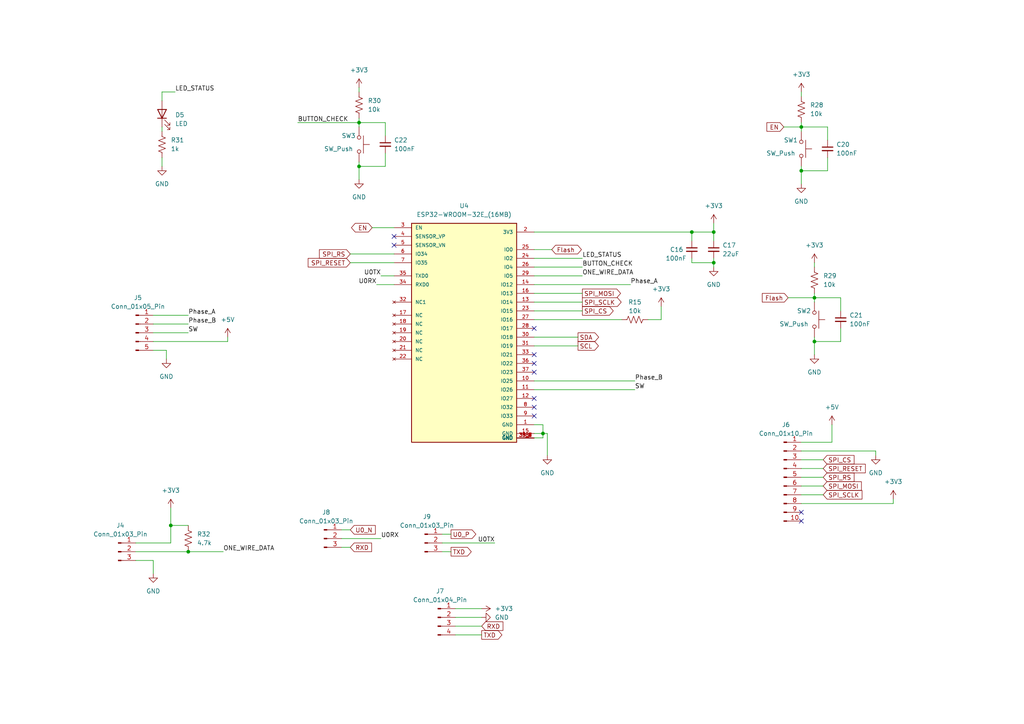
<source format=kicad_sch>
(kicad_sch (version 20230121) (generator eeschema)
  (paper "A4")
  (lib_symbols
    (symbol "Connector:Conn_01x03_Pin" (pin_names (offset 1.016) hide)
      (property "Reference" "J" (at 0 5.08 0))
      (property "Value" "Conn_01x03_Pin" (at 0 -5.08 0))
      (symbol "Conn_01x03_Pin_1_1"
        (polyline (pts (xy 1.27 -2.54) (xy 0.8636 -2.54)) (stroke (width 0.1524)))
        (polyline (pts (xy 1.27 0) (xy 0.8636 0)) (stroke (width 0.1524)))
        (polyline (pts (xy 1.27 2.54) (xy 0.8636 2.54)) (stroke (width 0.1524)))
        (rectangle (start 0.8636 -2.413) (end 0 -2.667) (stroke (width 0.1524)) (fill (type outline)))
        (rectangle (start 0.8636 0.127) (end 0 -0.127) (stroke (width 0.1524)) (fill (type outline)))
        (rectangle (start 0.8636 2.667) (end 0 2.413) (stroke (width 0.1524)) (fill (type outline)))
        (pin passive line (at 5.08 2.54 180) (length 3.81) (name "Pin_1") (number "1"))
        (pin passive line (at 5.08 0 180) (length 3.81) (name "Pin_2") (number "2"))
        (pin passive line (at 5.08 -2.54 180) (length 3.81) (name "Pin_3") (number "3"))
      )
    )
    (symbol "Connector:Conn_01x04_Pin" (pin_names (offset 1.016) hide)
      (property "Reference" "J" (at 0 5.08 0))
      (property "Value" "Conn_01x04_Pin" (at 0 -7.62 0))
      (symbol "Conn_01x04_Pin_1_1"
        (polyline (pts (xy 1.27 -5.08) (xy 0.8636 -5.08)) (stroke (width 0.1524)))
        (polyline (pts (xy 1.27 -2.54) (xy 0.8636 -2.54)) (stroke (width 0.1524)))
        (polyline (pts (xy 1.27 0) (xy 0.8636 0)) (stroke (width 0.1524)))
        (polyline (pts (xy 1.27 2.54) (xy 0.8636 2.54)) (stroke (width 0.1524)))
        (rectangle (start 0.8636 -4.953) (end 0 -5.207) (stroke (width 0.1524)) (fill (type outline)))
        (rectangle (start 0.8636 -2.413) (end 0 -2.667) (stroke (width 0.1524)) (fill (type outline)))
        (rectangle (start 0.8636 0.127) (end 0 -0.127) (stroke (width 0.1524)) (fill (type outline)))
        (rectangle (start 0.8636 2.667) (end 0 2.413) (stroke (width 0.1524)) (fill (type outline)))
        (pin passive line (at 5.08 2.54 180) (length 3.81) (name "Pin_1") (number "1"))
        (pin passive line (at 5.08 0 180) (length 3.81) (name "Pin_2") (number "2"))
        (pin passive line (at 5.08 -2.54 180) (length 3.81) (name "Pin_3") (number "3"))
        (pin passive line (at 5.08 -5.08 180) (length 3.81) (name "Pin_4") (number "4"))
      )
    )
    (symbol "Connector:Conn_01x05_Pin" (pin_names (offset 1.016) hide)
      (property "Reference" "J" (at 0 7.62 0))
      (property "Value" "Conn_01x05_Pin" (at 0 -7.62 0))
      (symbol "Conn_01x05_Pin_1_1"
        (polyline (pts (xy 1.27 -5.08) (xy 0.8636 -5.08)) (stroke (width 0.1524)))
        (polyline (pts (xy 1.27 -2.54) (xy 0.8636 -2.54)) (stroke (width 0.1524)))
        (polyline (pts (xy 1.27 0) (xy 0.8636 0)) (stroke (width 0.1524)))
        (polyline (pts (xy 1.27 2.54) (xy 0.8636 2.54)) (stroke (width 0.1524)))
        (polyline (pts (xy 1.27 5.08) (xy 0.8636 5.08)) (stroke (width 0.1524)))
        (rectangle (start 0.8636 -4.953) (end 0 -5.207) (stroke (width 0.1524)) (fill (type outline)))
        (rectangle (start 0.8636 -2.413) (end 0 -2.667) (stroke (width 0.1524)) (fill (type outline)))
        (rectangle (start 0.8636 0.127) (end 0 -0.127) (stroke (width 0.1524)) (fill (type outline)))
        (rectangle (start 0.8636 2.667) (end 0 2.413) (stroke (width 0.1524)) (fill (type outline)))
        (rectangle (start 0.8636 5.207) (end 0 4.953) (stroke (width 0.1524)) (fill (type outline)))
        (pin passive line (at 5.08 5.08 180) (length 3.81) (name "Pin_1") (number "1"))
        (pin passive line (at 5.08 2.54 180) (length 3.81) (name "Pin_2") (number "2"))
        (pin passive line (at 5.08 0 180) (length 3.81) (name "Pin_3") (number "3"))
        (pin passive line (at 5.08 -2.54 180) (length 3.81) (name "Pin_4") (number "4"))
        (pin passive line (at 5.08 -5.08 180) (length 3.81) (name "Pin_5") (number "5"))
      )
    )
    (symbol "Connector:Conn_01x10_Pin" (pin_names (offset 1.016) hide)
      (property "Reference" "J" (at 0 12.7 0))
      (property "Value" "Conn_01x10_Pin" (at 0 -15.24 0))
      (symbol "Conn_01x10_Pin_1_1"
        (polyline (pts (xy 1.27 -12.7) (xy 0.8636 -12.7)) (stroke (width 0.1524)))
        (polyline (pts (xy 1.27 -10.16) (xy 0.8636 -10.16)) (stroke (width 0.1524)))
        (polyline (pts (xy 1.27 -7.62) (xy 0.8636 -7.62)) (stroke (width 0.1524)))
        (polyline (pts (xy 1.27 -5.08) (xy 0.8636 -5.08)) (stroke (width 0.1524)))
        (polyline (pts (xy 1.27 -2.54) (xy 0.8636 -2.54)) (stroke (width 0.1524)))
        (polyline (pts (xy 1.27 0) (xy 0.8636 0)) (stroke (width 0.1524)))
        (polyline (pts (xy 1.27 2.54) (xy 0.8636 2.54)) (stroke (width 0.1524)))
        (polyline (pts (xy 1.27 5.08) (xy 0.8636 5.08)) (stroke (width 0.1524)))
        (polyline (pts (xy 1.27 7.62) (xy 0.8636 7.62)) (stroke (width 0.1524)))
        (polyline (pts (xy 1.27 10.16) (xy 0.8636 10.16)) (stroke (width 0.1524)))
        (rectangle (start 0.8636 -12.573) (end 0 -12.827) (stroke (width 0.1524)) (fill (type outline)))
        (rectangle (start 0.8636 -10.033) (end 0 -10.287) (stroke (width 0.1524)) (fill (type outline)))
        (rectangle (start 0.8636 -7.493) (end 0 -7.747) (stroke (width 0.1524)) (fill (type outline)))
        (rectangle (start 0.8636 -4.953) (end 0 -5.207) (stroke (width 0.1524)) (fill (type outline)))
        (rectangle (start 0.8636 -2.413) (end 0 -2.667) (stroke (width 0.1524)) (fill (type outline)))
        (rectangle (start 0.8636 0.127) (end 0 -0.127) (stroke (width 0.1524)) (fill (type outline)))
        (rectangle (start 0.8636 2.667) (end 0 2.413) (stroke (width 0.1524)) (fill (type outline)))
        (rectangle (start 0.8636 5.207) (end 0 4.953) (stroke (width 0.1524)) (fill (type outline)))
        (rectangle (start 0.8636 7.747) (end 0 7.493) (stroke (width 0.1524)) (fill (type outline)))
        (rectangle (start 0.8636 10.287) (end 0 10.033) (stroke (width 0.1524)) (fill (type outline)))
        (pin passive line (at 5.08 10.16 180) (length 3.81) (name "Pin_1") (number "1"))
        (pin passive line (at 5.08 -12.7 180) (length 3.81) (name "Pin_10") (number "10"))
        (pin passive line (at 5.08 7.62 180) (length 3.81) (name "Pin_2") (number "2"))
        (pin passive line (at 5.08 5.08 180) (length 3.81) (name "Pin_3") (number "3"))
        (pin passive line (at 5.08 2.54 180) (length 3.81) (name "Pin_4") (number "4"))
        (pin passive line (at 5.08 0 180) (length 3.81) (name "Pin_5") (number "5"))
        (pin passive line (at 5.08 -2.54 180) (length 3.81) (name "Pin_6") (number "6"))
        (pin passive line (at 5.08 -5.08 180) (length 3.81) (name "Pin_7") (number "7"))
        (pin passive line (at 5.08 -7.62 180) (length 3.81) (name "Pin_8") (number "8"))
        (pin passive line (at 5.08 -10.16 180) (length 3.81) (name "Pin_9") (number "9"))
      )
    )
    (symbol "Device:C_Small" (pin_numbers hide) (pin_names (offset 0.254) hide)
      (property "Reference" "C" (at 0.254 1.778 0))
      (property "Value" "C_Small" (at 0.254 -2.032 0))
      (symbol "C_Small_0_1"
        (polyline (pts (xy -1.524 -0.508) (xy 1.524 -0.508)) (stroke (width 0.3302)))
        (polyline (pts (xy -1.524 0.508) (xy 1.524 0.508)) (stroke (width 0.3048)))
      )
      (symbol "C_Small_1_1"
        (pin passive line (at 0 2.54 270) (length 2.032) (name "~") (number "1"))
        (pin passive line (at 0 -2.54 90) (length 2.032) (name "~") (number "2"))
      )
    )
    (symbol "Device:LED" (pin_numbers hide) (pin_names (offset 1.016) hide)
      (property "Reference" "D" (at 0 2.54 0))
      (property "Value" "LED" (at 0 -2.54 0))
      (symbol "LED_0_1"
        (polyline (pts (xy -1.27 -1.27) (xy -1.27 1.27)) (stroke (width 0.254)))
        (polyline (pts (xy -1.27 0) (xy 1.27 0)))
        (polyline (pts (xy 1.27 -1.27) (xy 1.27 1.27) (xy -1.27 0) (xy 1.27 -1.27)) (stroke (width 0.254)))
        (polyline (pts (xy -3.048 -0.762) (xy -4.572 -2.286) (xy -3.81 -2.286) (xy -4.572 -2.286) (xy -4.572 -1.524)))
        (polyline (pts (xy -1.778 -0.762) (xy -3.302 -2.286) (xy -2.54 -2.286) (xy -3.302 -2.286) (xy -3.302 -1.524)))
      )
      (symbol "LED_1_1"
        (pin passive line (at -3.81 0 0) (length 2.54) (name "K") (number "1"))
        (pin passive line (at 3.81 0 180) (length 2.54) (name "A") (number "2"))
      )
    )
    (symbol "Device:R_US" (pin_numbers hide) (pin_names (offset 0))
      (property "Reference" "R" (at 2.54 0 90))
      (property "Value" "R_US" (at -2.54 0 90))
      (symbol "R_US_0_1"
        (polyline (pts (xy 0 -2.286) (xy 0 -2.54)))
        (polyline (pts (xy 0 2.286) (xy 0 2.54)))
        (polyline (pts (xy 0 -0.762) (xy 1.016 -1.143) (xy 0 -1.524) (xy -1.016 -1.905) (xy 0 -2.286)))
        (polyline (pts (xy 0 0.762) (xy 1.016 0.381) (xy 0 0) (xy -1.016 -0.381) (xy 0 -0.762)))
        (polyline (pts (xy 0 2.286) (xy 1.016 1.905) (xy 0 1.524) (xy -1.016 1.143) (xy 0 0.762)))
      )
      (symbol "R_US_1_1"
        (pin passive line (at 0 3.81 270) (length 1.27) (name "~") (number "1"))
        (pin passive line (at 0 -3.81 90) (length 1.27) (name "~") (number "2"))
      )
    )
    (symbol "ESP32-WROOM-32E__16MB_:ESP32-WROOM-32E_(16MB)" (pin_names (offset 1.016))
      (property "Reference" "U" (at -15.24 33.909 0))
      (property "Value" "ESP32-WROOM-32E_(16MB)" (at -15.24 -33.02 0))
      (symbol "ESP32-WROOM-32E_(16MB)_0_0"
        (rectangle (start -15.24 33.02) (end 15.24 -30.48) (stroke (width 0.254)) (fill (type background)))
        (pin power_in line (at 20.32 -25.4 180) (length 5.08) (name "GND") (number "1"))
        (pin bidirectional line (at 20.32 -12.7 180) (length 5.08) (name "IO25") (number "10"))
        (pin bidirectional line (at 20.32 -15.24 180) (length 5.08) (name "IO26") (number "11"))
        (pin bidirectional line (at 20.32 -17.78 180) (length 5.08) (name "IO27") (number "12"))
        (pin bidirectional line (at 20.32 10.16 180) (length 5.08) (name "IO14") (number "13"))
        (pin bidirectional line (at 20.32 15.24 180) (length 5.08) (name "IO12") (number "14"))
        (pin power_in line (at 20.32 -27.94 180) (length 5.08) (name "GND") (number "15"))
        (pin bidirectional line (at 20.32 12.7 180) (length 5.08) (name "IO13") (number "16"))
        (pin no_connect line (at -20.32 6.35 0) (length 5.08) (name "NC") (number "17"))
        (pin no_connect line (at -20.32 3.81 0) (length 5.08) (name "NC") (number "18"))
        (pin no_connect line (at -20.32 1.27 0) (length 5.08) (name "NC") (number "19"))
        (pin power_in line (at 20.32 30.48 180) (length 5.08) (name "3V3") (number "2"))
        (pin no_connect line (at -20.32 -1.27 0) (length 5.08) (name "NC") (number "20"))
        (pin no_connect line (at -20.32 -3.81 0) (length 5.08) (name "NC") (number "21"))
        (pin no_connect line (at -20.32 -6.35 0) (length 5.08) (name "NC") (number "22"))
        (pin bidirectional line (at 20.32 7.62 180) (length 5.08) (name "IO15") (number "23"))
        (pin bidirectional line (at 20.32 22.86 180) (length 5.08) (name "IO2") (number "24"))
        (pin bidirectional line (at 20.32 25.4 180) (length 5.08) (name "IO0") (number "25"))
        (pin bidirectional line (at 20.32 20.32 180) (length 5.08) (name "IO4") (number "26"))
        (pin bidirectional line (at 20.32 5.08 180) (length 5.08) (name "IO16") (number "27"))
        (pin bidirectional line (at 20.32 2.54 180) (length 5.08) (name "IO17") (number "28"))
        (pin bidirectional line (at 20.32 17.78 180) (length 5.08) (name "IO5") (number "29"))
        (pin input line (at -20.32 31.75 0) (length 5.08) (name "EN") (number "3"))
        (pin bidirectional line (at 20.32 0 180) (length 5.08) (name "IO18") (number "30"))
        (pin bidirectional line (at 20.32 -2.54 180) (length 5.08) (name "IO19") (number "31"))
        (pin no_connect line (at -20.32 10.16 0) (length 5.08) (name "NC1") (number "32"))
        (pin bidirectional line (at 20.32 -5.08 180) (length 5.08) (name "IO21") (number "33"))
        (pin bidirectional line (at -20.32 15.24 0) (length 5.08) (name "RXD0") (number "34"))
        (pin bidirectional line (at -20.32 17.78 0) (length 5.08) (name "TXD0") (number "35"))
        (pin bidirectional line (at 20.32 -7.62 180) (length 5.08) (name "IO22") (number "36"))
        (pin bidirectional line (at 20.32 -10.16 180) (length 5.08) (name "IO23") (number "37"))
        (pin power_in line (at 20.32 -29.21 180) (length 5.08) (name "GND") (number "38"))
        (pin power_in line (at 20.32 -29.21 180) (length 5.08) (name "GND") (number "39_1"))
        (pin power_in line (at 20.32 -29.21 180) (length 5.08) (name "GND") (number "39_2"))
        (pin power_in line (at 20.32 -29.21 180) (length 5.08) (name "GND") (number "39_3"))
        (pin power_in line (at 20.32 -29.21 180) (length 5.08) (name "GND") (number "39_4"))
        (pin power_in line (at 20.32 -29.21 180) (length 5.08) (name "GND") (number "39_5"))
        (pin power_in line (at 20.32 -29.21 180) (length 5.08) (name "GND") (number "39_6"))
        (pin power_in line (at 20.32 -29.21 180) (length 5.08) (name "GND") (number "39_7"))
        (pin power_in line (at 20.32 -29.21 180) (length 5.08) (name "GND") (number "39_8"))
        (pin power_in line (at 20.32 -29.21 180) (length 5.08) (name "GND") (number "39_9"))
        (pin input line (at -20.32 29.21 0) (length 5.08) (name "SENSOR_VP") (number "4"))
        (pin input line (at -20.32 26.67 0) (length 5.08) (name "SENSOR_VN") (number "5"))
        (pin input line (at -20.32 24.13 0) (length 5.08) (name "IO34") (number "6"))
        (pin input line (at -20.32 21.59 0) (length 5.08) (name "IO35") (number "7"))
        (pin bidirectional line (at 20.32 -20.32 180) (length 5.08) (name "IO32") (number "8"))
        (pin bidirectional line (at 20.32 -22.86 180) (length 5.08) (name "IO33") (number "9"))
      )
    )
    (symbol "Switch:SW_Push" (pin_numbers hide) (pin_names (offset 1.016) hide)
      (property "Reference" "SW" (at 1.27 2.54 0))
      (property "Value" "SW_Push" (at 0 -1.524 0))
      (symbol "SW_Push_0_1"
        (circle (center -2.032 0) (radius 0.508))
        (polyline (pts (xy 0 1.27) (xy 0 3.048)))
        (polyline (pts (xy 2.54 1.27) (xy -2.54 1.27)))
        (circle (center 2.032 0) (radius 0.508))
        (pin passive line (at -5.08 0 0) (length 2.54) (name "1") (number "1"))
        (pin passive line (at 5.08 0 180) (length 2.54) (name "2") (number "2"))
      )
    )
    (symbol "power:+3V3" (power) (pin_names (offset 0))
      (property "Value" "+3V3" (at 0 3.556 0))
      (symbol "+3V3_0_1"
        (polyline (pts (xy -0.762 1.27) (xy 0 2.54)))
        (polyline (pts (xy 0 0) (xy 0 2.54)))
        (polyline (pts (xy 0 2.54) (xy 0.762 1.27)))
      )
      (symbol "+3V3_1_1"
        (pin power_in line (at 0 0 90) (length 0) hide (name "+3V3") (number "1"))
      )
    )
    (symbol "power:+5V" (power) (pin_names (offset 0))
      (property "Value" "+5V" (at 0 3.556 0))
      (symbol "+5V_0_1"
        (polyline (pts (xy -0.762 1.27) (xy 0 2.54)))
        (polyline (pts (xy 0 0) (xy 0 2.54)))
        (polyline (pts (xy 0 2.54) (xy 0.762 1.27)))
      )
      (symbol "+5V_1_1"
        (pin power_in line (at 0 0 90) (length 0) hide (name "+5V") (number "1"))
      )
    )
    (symbol "power:GND" (power) (pin_names (offset 0))
      (property "Value" "GND" (at 0 -3.81 0))
      (symbol "GND_0_1"
        (polyline (pts (xy 0 0) (xy 0 -1.27) (xy 1.27 -1.27) (xy 0 -2.54) (xy -1.27 -1.27) (xy 0 -1.27)))
      )
      (symbol "GND_1_1"
        (pin power_in line (at 0 0 270) (length 0) hide (name "GND") (number "1"))
      )
    )
  )
  (junction (at 236.22 86.36))
  (junction (at 232.41 36.83))
  (junction (at 157.48 125.73))
  (junction (at 236.22 99.06))
  (junction (at 207.01 67.31))
  (junction (at 207.01 76.2))
  (junction (at 200.66 67.31))
  (junction (at 232.41 49.53))
  (junction (at 54.61 160.02))
  (junction (at 49.53 152.4))
  (junction (at 104.14 48.26))
  (junction (at 104.14 35.56))
  (no_connect (at 114.3 68.58))
  (no_connect (at 154.94 118.11))
  (no_connect (at 232.41 151.13))
  (no_connect (at 232.41 148.59))
  (no_connect (at 154.94 120.65))
  (no_connect (at 154.94 115.57))
  (no_connect (at 114.3 71.12))
  (no_connect (at 154.94 102.87))
  (no_connect (at 154.94 105.41))
  (no_connect (at 154.94 95.25))
  (no_connect (at 154.94 107.95))
  (wire (pts (xy 157.48 125.73) (xy 154.94 125.73)))
  (wire (pts (xy 154.94 74.93) (xy 168.91 74.93)))
  (wire (pts (xy 158.75 125.73) (xy 157.48 125.73)))
  (wire (pts (xy 154.94 97.79) (xy 167.64 97.79)))
  (wire (pts (xy 99.06 156.21) (xy 110.49 156.21)))
  (wire (pts (xy 232.41 133.35) (xy 238.76 133.35)))
  (wire (pts (xy 104.14 48.26) (xy 104.14 52.07)))
  (wire (pts (xy 154.94 110.49) (xy 184.15 110.49)))
  (wire (pts (xy 228.6 86.36) (xy 236.22 86.36)))
  (wire (pts (xy 207.01 64.77) (xy 207.01 67.31)))
  (wire (pts (xy 104.14 46.99) (xy 104.14 48.26)))
  (wire (pts (xy 207.01 76.2) (xy 207.01 77.47)))
  (wire (pts (xy 236.22 97.79) (xy 236.22 99.06)))
  (wire (pts (xy 207.01 69.85) (xy 207.01 67.31)))
  (wire (pts (xy 236.22 85.09) (xy 236.22 86.36)))
  (wire (pts (xy 132.08 179.07) (xy 139.7 179.07)))
  (wire (pts (xy 110.49 80.01) (xy 114.3 80.01)))
  (wire (pts (xy 236.22 99.06) (xy 236.22 102.87)))
  (wire (pts (xy 46.99 36.83) (xy 46.99 38.1)))
  (wire (pts (xy 243.84 99.06) (xy 236.22 99.06)))
  (wire (pts (xy 48.26 101.6) (xy 44.45 101.6)))
  (wire (pts (xy 101.6 153.67) (xy 99.06 153.67)))
  (wire (pts (xy 44.45 99.06) (xy 66.04 99.06)))
  (wire (pts (xy 154.94 82.55) (xy 182.88 82.55)))
  (wire (pts (xy 207.01 74.93) (xy 207.01 76.2)))
  (wire (pts (xy 236.22 86.36) (xy 236.22 87.63)))
  (wire (pts (xy 232.41 146.05) (xy 259.08 146.05)))
  (wire (pts (xy 154.94 77.47) (xy 168.91 77.47)))
  (wire (pts (xy 232.41 35.56) (xy 232.41 36.83)))
  (wire (pts (xy 200.66 67.31) (xy 207.01 67.31)))
  (wire (pts (xy 154.94 100.33) (xy 167.64 100.33)))
  (wire (pts (xy 254 130.81) (xy 254 132.08)))
  (wire (pts (xy 104.14 35.56) (xy 111.76 35.56)))
  (wire (pts (xy 99.06 158.75) (xy 101.6 158.75)))
  (wire (pts (xy 154.94 92.71) (xy 180.34 92.71)))
  (wire (pts (xy 128.27 160.02) (xy 130.81 160.02)))
  (wire (pts (xy 154.94 67.31) (xy 200.66 67.31)))
  (wire (pts (xy 200.66 76.2) (xy 207.01 76.2)))
  (wire (pts (xy 66.04 99.06) (xy 66.04 97.79)))
  (wire (pts (xy 101.6 73.66) (xy 114.3 73.66)))
  (wire (pts (xy 107.95 66.04) (xy 114.3 66.04)))
  (wire (pts (xy 232.41 130.81) (xy 254 130.81)))
  (wire (pts (xy 86.36 35.56) (xy 104.14 35.56)))
  (wire (pts (xy 111.76 35.56) (xy 111.76 39.37)))
  (wire (pts (xy 46.99 26.67) (xy 46.99 29.21)))
  (wire (pts (xy 104.14 35.56) (xy 104.14 36.83)))
  (wire (pts (xy 236.22 76.2) (xy 236.22 77.47)))
  (wire (pts (xy 111.76 44.45) (xy 111.76 48.26)))
  (wire (pts (xy 240.03 36.83) (xy 240.03 40.64)))
  (wire (pts (xy 232.41 36.83) (xy 240.03 36.83)))
  (wire (pts (xy 48.26 104.14) (xy 48.26 101.6)))
  (wire (pts (xy 39.37 157.48) (xy 49.53 157.48)))
  (wire (pts (xy 227.33 36.83) (xy 232.41 36.83)))
  (wire (pts (xy 109.22 82.55) (xy 114.3 82.55)))
  (wire (pts (xy 154.94 80.01) (xy 168.91 80.01)))
  (wire (pts (xy 44.45 96.52) (xy 54.61 96.52)))
  (wire (pts (xy 259.08 146.05) (xy 259.08 144.78)))
  (wire (pts (xy 104.14 34.29) (xy 104.14 35.56)))
  (wire (pts (xy 232.41 48.26) (xy 232.41 49.53)))
  (wire (pts (xy 154.94 85.09) (xy 168.91 85.09)))
  (wire (pts (xy 200.66 69.85) (xy 200.66 67.31)))
  (wire (pts (xy 128.27 157.48) (xy 143.51 157.48)))
  (wire (pts (xy 241.3 123.19) (xy 241.3 128.27)))
  (wire (pts (xy 44.45 93.98) (xy 54.61 93.98)))
  (wire (pts (xy 243.84 86.36) (xy 243.84 90.17)))
  (wire (pts (xy 46.99 45.72) (xy 46.99 48.26)))
  (wire (pts (xy 232.41 36.83) (xy 232.41 38.1)))
  (wire (pts (xy 132.08 184.15) (xy 139.7 184.15)))
  (wire (pts (xy 49.53 152.4) (xy 54.61 152.4)))
  (wire (pts (xy 232.41 138.43) (xy 238.76 138.43)))
  (wire (pts (xy 240.03 45.72) (xy 240.03 49.53)))
  (wire (pts (xy 44.45 162.56) (xy 44.45 166.37)))
  (wire (pts (xy 44.45 91.44) (xy 54.61 91.44)))
  (wire (pts (xy 111.76 48.26) (xy 104.14 48.26)))
  (wire (pts (xy 39.37 160.02) (xy 54.61 160.02)))
  (wire (pts (xy 154.94 72.39) (xy 160.02 72.39)))
  (wire (pts (xy 132.08 181.61) (xy 139.7 181.61)))
  (wire (pts (xy 49.53 152.4) (xy 49.53 157.48)))
  (wire (pts (xy 236.22 86.36) (xy 243.84 86.36)))
  (wire (pts (xy 154.94 123.19) (xy 157.48 123.19)))
  (wire (pts (xy 241.3 128.27) (xy 232.41 128.27)))
  (wire (pts (xy 104.14 25.4) (xy 104.14 26.67)))
  (wire (pts (xy 232.41 49.53) (xy 232.41 53.34)))
  (wire (pts (xy 132.08 176.53) (xy 139.7 176.53)))
  (wire (pts (xy 50.8 26.67) (xy 46.99 26.67)))
  (wire (pts (xy 191.77 88.9) (xy 191.77 92.71)))
  (wire (pts (xy 154.94 90.17) (xy 168.91 90.17)))
  (wire (pts (xy 154.94 87.63) (xy 168.91 87.63)))
  (wire (pts (xy 54.61 160.02) (xy 64.77 160.02)))
  (wire (pts (xy 240.03 49.53) (xy 232.41 49.53)))
  (wire (pts (xy 187.96 92.71) (xy 191.77 92.71)))
  (wire (pts (xy 232.41 26.67) (xy 232.41 27.94)))
  (wire (pts (xy 157.48 123.19) (xy 157.48 125.73)))
  (wire (pts (xy 39.37 162.56) (xy 44.45 162.56)))
  (wire (pts (xy 101.6 76.2) (xy 114.3 76.2)))
  (wire (pts (xy 154.94 127) (xy 157.48 127)))
  (wire (pts (xy 154.94 113.03) (xy 184.15 113.03)))
  (wire (pts (xy 158.75 132.08) (xy 158.75 125.73)))
  (wire (pts (xy 232.41 143.51) (xy 238.76 143.51)))
  (wire (pts (xy 157.48 127) (xy 157.48 125.73)))
  (wire (pts (xy 130.81 154.94) (xy 128.27 154.94)))
  (wire (pts (xy 232.41 140.97) (xy 238.76 140.97)))
  (wire (pts (xy 49.53 147.32) (xy 49.53 152.4)))
  (wire (pts (xy 243.84 95.25) (xy 243.84 99.06)))
  (wire (pts (xy 200.66 74.93) (xy 200.66 76.2)))
  (wire (pts (xy 232.41 135.89) (xy 238.76 135.89)))
  (label "LED_STATUS" (at 168.91 74.93 0))
  (label "ONE_WIRE_DATA" (at 168.91 80.01 0))
  (label "LED_STATUS" (at 50.8 26.67 0))
  (label "SW" (at 184.15 113.03 0))
  (label "Phase_A" (at 182.88 82.55 0))
  (label "ONE_WIRE_DATA" (at 64.77 160.02 0))
  (label "BUTTON_CHECK" (at 168.91 77.47 0))
  (label "Phase_B" (at 184.15 110.49 0))
  (label "Phase_A" (at 54.61 91.44 0))
  (label "U0TX" (at 110.49 80.01 180))
  (label "BUTTON_CHECK" (at 86.36 35.56 0))
  (label "SW" (at 54.61 96.52 0))
  (label "U0RX" (at 110.49 156.21 0))
  (label "U0RX" (at 109.22 82.55 180))
  (label "U0TX" (at 143.51 157.48 180))
  (label "Phase_B" (at 54.61 93.98 0))
  (global_label "SPI_MOSI" (shape output) (at 168.91 85.09 0) (property "Intersheetrefs" "${INTERSHEET_REFS}" (effects hide)))
  (global_label "SDA" (shape output) (at 167.64 97.79 0) (property "Intersheetrefs" "${INTERSHEET_REFS}" (effects hide)))
  (global_label "SPI_RESET" (shape input) (at 238.76 135.89 0) (property "Intersheetrefs" "${INTERSHEET_REFS}" (effects hide)))
  (global_label "RXD" (shape input) (at 139.7 181.61 0) (property "Intersheetrefs" "${INTERSHEET_REFS}" (effects hide)))
  (global_label "TXD" (shape output) (at 130.81 160.02 0) (property "Intersheetrefs" "${INTERSHEET_REFS}" (effects hide)))
  (global_label "SPI_SCLK" (shape input) (at 238.76 143.51 0) (property "Intersheetrefs" "${INTERSHEET_REFS}" (effects hide)))
  (global_label "EN" (shape bidirectional) (at 107.95 66.04 180) (property "Intersheetrefs" "${INTERSHEET_REFS}" (effects hide)))
  (global_label "SPI_MOSI" (shape input) (at 238.76 140.97 0) (property "Intersheetrefs" "${INTERSHEET_REFS}" (effects hide)))
  (global_label "Flash" (shape bidirectional) (at 160.02 72.39 0) (property "Intersheetrefs" "${INTERSHEET_REFS}" (effects hide)))
  (global_label "SPI_CS" (shape input) (at 238.76 133.35 0) (property "Intersheetrefs" "${INTERSHEET_REFS}" (effects hide)))
  (global_label "SPI_RS" (shape input) (at 101.6 73.66 180) (property "Intersheetrefs" "${INTERSHEET_REFS}" (effects hide)))
  (global_label "SPI_SCLK" (shape output) (at 168.91 87.63 0) (property "Intersheetrefs" "${INTERSHEET_REFS}" (effects hide)))
  (global_label "TXD" (shape output) (at 139.7 184.15 0) (property "Intersheetrefs" "${INTERSHEET_REFS}" (effects hide)))
  (global_label "U0_N" (shape input) (at 101.6 153.67 0) (property "Intersheetrefs" "${INTERSHEET_REFS}" (effects hide)))
  (global_label "U0_P" (shape output) (at 130.81 154.94 0) (property "Intersheetrefs" "${INTERSHEET_REFS}" (effects hide)))
  (global_label "RXD" (shape input) (at 101.6 158.75 0) (property "Intersheetrefs" "${INTERSHEET_REFS}" (effects hide)))
  (global_label "SPI_RESET" (shape input) (at 101.6 76.2 180) (property "Intersheetrefs" "${INTERSHEET_REFS}" (effects hide)))
  (global_label "SPI_RS" (shape input) (at 238.76 138.43 0) (property "Intersheetrefs" "${INTERSHEET_REFS}" (effects hide)))
  (global_label "SCL" (shape output) (at 167.64 100.33 0) (property "Intersheetrefs" "${INTERSHEET_REFS}" (effects hide)))
  (global_label "SPI_CS" (shape output) (at 168.91 90.17 0) (property "Intersheetrefs" "${INTERSHEET_REFS}" (effects hide)))
  (global_label "EN" (shape input) (at 227.33 36.83 180) (property "Intersheetrefs" "${INTERSHEET_REFS}" (effects hide)))
  (global_label "Flash" (shape input) (at 228.6 86.36 180) (property "Intersheetrefs" "${INTERSHEET_REFS}" (effects hide)))
  (symbol (lib_id "power:+3V3") (at 259.08 144.78 0) (unit 1)
    (property "Reference" "#PWR051" (effects hide))
    (property "Value" "+3V3" (at 259.08 139.7 0))
  )
  (symbol (lib_id "Device:R_US") (at 46.99 41.91 0) (unit 1)
    (property "Reference" "R31" (at 49.53 40.64 0) (effects (justify left)))
    (property "Value" "1k" (at 49.53 43.18 0) (effects (justify left)))
    (property "Footprint" "Resistor_SMD:R_0805_2012Metric_Pad1.20x1.40mm_HandSolder" (effects hide))
  )
  (symbol (lib_id "power:+3V3") (at 191.77 88.9 0) (unit 1)
    (property "Reference" "#PWR026" (effects hide))
    (property "Value" "+3V3" (at 191.77 83.82 0))
  )
  (symbol (lib_id "Connector:Conn_01x05_Pin") (at 39.37 96.52 0) (unit 1)
    (property "Reference" "J5" (at 40.005 86.36 0))
    (property "Value" "Conn_01x05_Pin" (at 40.005 88.9 0))
    (property "Footprint" "Connector_PinHeader_2.54mm:PinHeader_1x05_P2.54mm_Vertical" (effects hide))
  )
  (symbol (lib_id "power:+3V3") (at 104.14 25.4 0) (unit 1)
    (property "Reference" "#PWR043" (effects hide))
    (property "Value" "+3V3" (at 104.14 20.32 0))
  )
  (symbol (lib_id "Device:C_Small") (at 243.84 92.71 0) (unit 1)
    (property "Reference" "C21" (at 246.38 91.4463 0) (effects (justify left)))
    (property "Value" "100nF" (at 246.38 93.9863 0) (effects (justify left)))
    (property "Footprint" "Capacitor_SMD:C_0805_2012Metric_Pad1.18x1.45mm_HandSolder" (effects hide))
  )
  (symbol (lib_id "Connector:Conn_01x10_Pin") (at 227.33 138.43 0) (unit 1)
    (property "Reference" "J6" (at 227.965 123.19 0))
    (property "Value" "Conn_01x10_Pin" (at 227.965 125.73 0))
    (property "Footprint" "Connector_PinHeader_2.54mm:PinHeader_1x10_P2.54mm_Vertical" (effects hide))
  )
  (symbol (lib_id "power:GND") (at 158.75 132.08 0) (unit 1)
    (property "Reference" "#PWR027" (effects hide))
    (property "Value" "GND" (at 158.75 137.16 0))
  )
  (symbol (lib_id "power:GND") (at 44.45 166.37 0) (unit 1)
    (property "Reference" "#PWR047" (effects hide))
    (property "Value" "GND" (at 44.45 171.45 0))
  )
  (symbol (lib_id "Switch:SW_Push") (at 236.22 92.71 270) (unit 1)
    (property "Reference" "SW2" (at 231.14 90.17 90) (effects (justify left)))
    (property "Value" "SW_Push" (at 226.06 93.98 90) (effects (justify left)))
    (property "Footprint" "Button_Switch_SMD:SW_Tactile_SPST_NO_Straight_CK_PTS636Sx25SMTRLFS" (effects hide))
  )
  (symbol (lib_id "Device:R_US") (at 184.15 92.71 90) (unit 1)
    (property "Reference" "R15" (at 184.15 87.63 90))
    (property "Value" "10k" (at 184.15 90.17 90))
    (property "Footprint" "Resistor_SMD:R_0805_2012Metric_Pad1.20x1.40mm_HandSolder" (effects hide))
  )
  (symbol (lib_id "Device:C_Small") (at 200.66 72.39 0) (unit 1)
    (property "Reference" "C16" (at 194.31 72.39 0) (effects (justify left)))
    (property "Value" "100nF" (at 193.04 74.93 0) (effects (justify left)))
    (property "Footprint" "Capacitor_SMD:C_0805_2012Metric_Pad1.18x1.45mm_HandSolder" (effects hide))
  )
  (symbol (lib_id "Device:LED") (at 46.99 33.02 90) (unit 1)
    (property "Reference" "D5" (at 50.8 33.3375 90) (effects (justify right)))
    (property "Value" "LED" (at 50.8 35.8775 90) (effects (justify right)))
    (property "Footprint" "LED_SMD:LED_0805_2012Metric_Pad1.15x1.40mm_HandSolder" (effects hide))
  )
  (symbol (lib_id "power:GND") (at 48.26 104.14 0) (unit 1)
    (property "Reference" "#PWR049" (effects hide))
    (property "Value" "GND" (at 48.26 109.22 0))
  )
  (symbol (lib_id "Device:C_Small") (at 207.01 72.39 0) (unit 1)
    (property "Reference" "C17" (at 209.55 71.1263 0) (effects (justify left)))
    (property "Value" "22uF" (at 209.55 73.6663 0) (effects (justify left)))
    (property "Footprint" "Capacitor_SMD:C_0805_2012Metric_Pad1.18x1.45mm_HandSolder" (effects hide))
  )
  (symbol (lib_id "power:+3V3") (at 49.53 147.32 0) (unit 1)
    (property "Reference" "#PWR046" (effects hide))
    (property "Value" "+3V3" (at 49.53 142.24 0))
  )
  (symbol (lib_id "Device:C_Small") (at 240.03 43.18 0) (unit 1)
    (property "Reference" "C20" (at 242.57 41.9163 0) (effects (justify left)))
    (property "Value" "100nF" (at 242.57 44.4563 0) (effects (justify left)))
    (property "Footprint" "Capacitor_SMD:C_0805_2012Metric_Pad1.18x1.45mm_HandSolder" (effects hide))
  )
  (symbol (lib_id "power:GND") (at 254 132.08 0) (unit 1)
    (property "Reference" "#PWR052" (effects hide))
    (property "Value" "GND" (at 254 137.16 0))
  )
  (symbol (lib_id "Connector:Conn_01x04_Pin") (at 127 179.07 0) (unit 1)
    (property "Reference" "J7" (at 127.635 171.45 0))
    (property "Value" "Conn_01x04_Pin" (at 127.635 173.99 0))
    (property "Footprint" "Connector_PinHeader_2.54mm:PinHeader_1x04_P2.54mm_Vertical" (effects hide))
  )
  (symbol (lib_id "Device:C_Small") (at 111.76 41.91 0) (unit 1)
    (property "Reference" "C22" (at 114.3 40.6463 0) (effects (justify left)))
    (property "Value" "100nF" (at 114.3 43.1863 0) (effects (justify left)))
    (property "Footprint" "Capacitor_SMD:C_0805_2012Metric_Pad1.18x1.45mm_HandSolder" (effects hide))
  )
  (symbol (lib_id "Connector:Conn_01x03_Pin") (at 93.98 156.21 0) (unit 1)
    (property "Reference" "J8" (at 94.615 148.59 0))
    (property "Value" "Conn_01x03_Pin" (at 94.615 151.13 0))
    (property "Footprint" "Connector_PinHeader_2.54mm:PinHeader_1x03_P2.54mm_Vertical" (effects hide))
  )
  (symbol (lib_id "power:+3V3") (at 236.22 76.2 0) (unit 1)
    (property "Reference" "#PWR041" (effects hide))
    (property "Value" "+3V3" (at 236.22 71.12 0))
  )
  (symbol (lib_id "power:+3V3") (at 139.7 176.53 270) (unit 1)
    (property "Reference" "#PWR018" (effects hide))
    (property "Value" "+3V3" (at 143.51 176.53 90) (effects (justify left)))
  )
  (symbol (lib_id "Device:R_US") (at 236.22 81.28 0) (unit 1)
    (property "Reference" "R29" (at 238.76 80.01 0) (effects (justify left)))
    (property "Value" "10k" (at 238.76 82.55 0) (effects (justify left)))
    (property "Footprint" "Resistor_SMD:R_0805_2012Metric_Pad1.20x1.40mm_HandSolder" (effects hide))
  )
  (symbol (lib_id "power:+3V3") (at 207.01 64.77 0) (unit 1)
    (property "Reference" "#PWR024" (effects hide))
    (property "Value" "+3V3" (at 207.01 59.69 0))
  )
  (symbol (lib_id "Connector:Conn_01x03_Pin") (at 123.19 157.48 0) (unit 1)
    (property "Reference" "J9" (at 123.825 149.86 0))
    (property "Value" "Conn_01x03_Pin" (at 123.825 152.4 0))
    (property "Footprint" "Connector_PinHeader_2.54mm:PinHeader_1x03_P2.54mm_Vertical" (effects hide))
  )
  (symbol (lib_id "Switch:SW_Push") (at 232.41 43.18 270) (unit 1)
    (property "Reference" "SW1" (at 227.33 40.64 90) (effects (justify left)))
    (property "Value" "SW_Push" (at 222.25 44.45 90) (effects (justify left)))
    (property "Footprint" "Button_Switch_SMD:SW_Tactile_SPST_NO_Straight_CK_PTS636Sx25SMTRLFS" (effects hide))
  )
  (symbol (lib_id "power:GND") (at 232.41 53.34 0) (unit 1)
    (property "Reference" "#PWR040" (effects hide))
    (property "Value" "GND" (at 232.41 58.42 0))
  )
  (symbol (lib_id "power:+5V") (at 241.3 123.19 0) (unit 1)
    (property "Reference" "#PWR050" (effects hide))
    (property "Value" "+5V" (at 241.3 118.11 0))
  )
  (symbol (lib_id "Connector:Conn_01x03_Pin") (at 34.29 160.02 0) (unit 1)
    (property "Reference" "J4" (at 34.925 152.4 0))
    (property "Value" "Conn_01x03_Pin" (at 34.925 154.94 0))
    (property "Footprint" "Connector_PinHeader_2.54mm:PinHeader_1x03_P2.54mm_Vertical" (effects hide))
  )
  (symbol (lib_id "power:GND") (at 104.14 52.07 0) (unit 1)
    (property "Reference" "#PWR044" (effects hide))
    (property "Value" "GND" (at 104.14 57.15 0))
  )
  (symbol (lib_id "power:+5V") (at 66.04 97.79 0) (unit 1)
    (property "Reference" "#PWR048" (effects hide))
    (property "Value" "+5V" (at 66.04 92.71 0))
  )
  (symbol (lib_id "power:GND") (at 139.7 179.07 90) (unit 1)
    (property "Reference" "#PWR056" (effects hide))
    (property "Value" "GND" (at 143.51 179.07 90) (effects (justify right)))
  )
  (symbol (lib_id "power:GND") (at 236.22 102.87 0) (unit 1)
    (property "Reference" "#PWR042" (effects hide))
    (property "Value" "GND" (at 236.22 107.95 0))
  )
  (symbol (lib_id "Device:R_US") (at 54.61 156.21 0) (unit 1)
    (property "Reference" "R32" (at 57.15 154.94 0) (effects (justify left)))
    (property "Value" "4.7k" (at 57.15 157.48 0) (effects (justify left)))
    (property "Footprint" "Resistor_SMD:R_0805_2012Metric_Pad1.20x1.40mm_HandSolder" (effects hide))
  )
  (symbol (lib_id "power:GND") (at 46.99 48.26 0) (unit 1)
    (property "Reference" "#PWR045" (effects hide))
    (property "Value" "GND" (at 46.99 53.34 0))
  )
  (symbol (lib_id "Device:R_US") (at 232.41 31.75 0) (unit 1)
    (property "Reference" "R28" (at 234.95 30.48 0) (effects (justify left)))
    (property "Value" "10k" (at 234.95 33.02 0) (effects (justify left)))
    (property "Footprint" "Resistor_SMD:R_0805_2012Metric_Pad1.20x1.40mm_HandSolder" (effects hide))
  )
  (symbol (lib_id "Device:R_US") (at 104.14 30.48 0) (unit 1)
    (property "Reference" "R30" (at 106.68 29.21 0) (effects (justify left)))
    (property "Value" "10k" (at 106.68 31.75 0) (effects (justify left)))
    (property "Footprint" "Resistor_SMD:R_0805_2012Metric_Pad1.20x1.40mm_HandSolder" (effects hide))
  )
  (symbol (lib_id "Switch:SW_Push") (at 104.14 41.91 270) (unit 1)
    (property "Reference" "SW3" (at 99.06 39.37 90) (effects (justify left)))
    (property "Value" "SW_Push" (at 93.98 43.18 90) (effects (justify left)))
    (property "Footprint" "Button_Switch_SMD:SW_Tactile_SPST_NO_Straight_CK_PTS636Sx25SMTRLFS" (effects hide))
  )
  (symbol (lib_id "power:GND") (at 207.01 77.47 0) (unit 1)
    (property "Reference" "#PWR025" (effects hide))
    (property "Value" "GND" (at 207.01 82.55 0))
  )
  (symbol (lib_id "power:+3V3") (at 232.41 26.67 0) (unit 1)
    (property "Reference" "#PWR039" (effects hide))
    (property "Value" "+3V3" (at 232.41 21.59 0))
  )
  (symbol (lib_id "ESP32-WROOM-32E__16MB_:ESP32-WROOM-32E_(16MB)") (at 134.62 97.79 0) (unit 1)
    (property "Reference" "U4" (at 134.62 59.69 0))
    (property "Value" "ESP32-WROOM-32E_(16MB)" (at 134.62 62.23 0))
    (property "Footprint" "ESP32-WROOM-32E__16MB_:XCVR_ESP32-WROOM-32E_(16MB)" (effects hide))
  )
)
</source>
